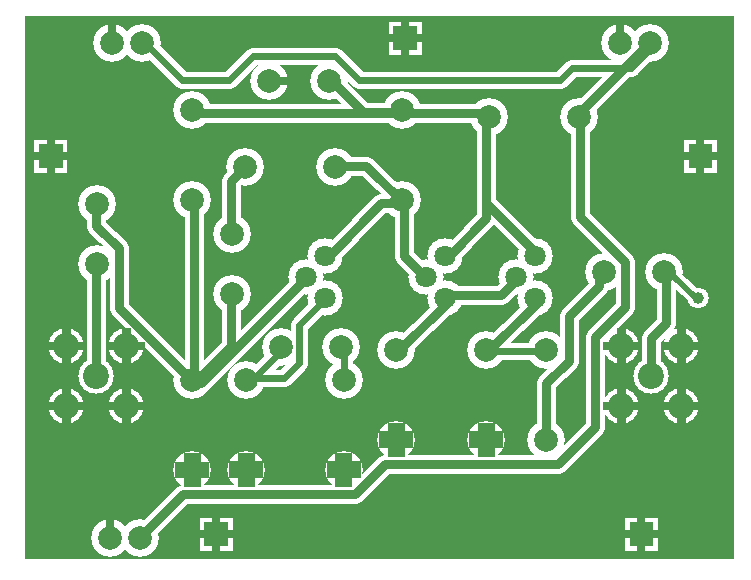
<source format=gbr>
%FSLAX34Y34*%
%MOMM*%
%LNCOPPER_BOTTOM*%
G71*
G01*
%ADD10C,3.200*%
%ADD11C,3.000*%
%ADD12C,1.600*%
%ADD13C,3.000*%
%ADD14C,2.800*%
%ADD15C,3.200*%
%ADD16C,1.400*%
%ADD17C,1.800*%
%ADD18C,1.300*%
%ADD19C,0.667*%
%ADD20C,0.813*%
%ADD21C,0.733*%
%ADD22C,1.380*%
%ADD23C,1.467*%
%ADD24C,1.447*%
%ADD25C,2.230*%
%ADD26C,2.000*%
%ADD27C,1.800*%
%ADD28C,0.800*%
%ADD29C,2.200*%
%ADD30C,2.000*%
%ADD31C,3.000*%
%ADD32C,0.600*%
%ADD33C,1.000*%
%ADD34C,0.500*%
%LPD*%
G36*
X-12700Y254000D02*
X587300Y254000D01*
X587300Y-206000D01*
X-12700Y-206000D01*
X-12700Y254000D01*
G37*
%LPC*%
X128929Y98375D02*
G54D10*
D03*
X128979Y174625D02*
G54D10*
D03*
X47936Y94975D02*
G54D10*
D03*
X48048Y43994D02*
G54D10*
D03*
X162235Y69575D02*
G54D10*
D03*
X162348Y18594D02*
G54D10*
D03*
X128945Y-130225D02*
G54D10*
D03*
X128995Y-53975D02*
G54D10*
D03*
X249666Y126389D02*
G54D10*
D03*
X173416Y126439D02*
G54D10*
D03*
X174625Y-53975D02*
G54D10*
D03*
X174575Y-130225D02*
G54D10*
D03*
X306729Y98374D02*
G54D10*
D03*
X306778Y174624D02*
G54D10*
D03*
X204060Y-26141D02*
G54D10*
D03*
X301625Y-28575D02*
G54D10*
D03*
X301575Y-104825D02*
G54D10*
D03*
X377825Y-28575D02*
G54D10*
D03*
X377775Y-104825D02*
G54D10*
D03*
X428625Y-28575D02*
G54D10*
D03*
X428575Y-104825D02*
G54D10*
D03*
X528097Y37469D02*
G54D10*
D03*
X477116Y37357D02*
G54D10*
D03*
X456642Y168193D02*
G54D10*
D03*
X380392Y168243D02*
G54D10*
D03*
X490675Y231175D02*
G54D10*
D03*
X516175Y231175D02*
G54D10*
D03*
X58875Y-187925D02*
G54D10*
D03*
X84375Y-187925D02*
G54D10*
D03*
X241300Y50800D02*
G54D11*
D03*
X225400Y33225D02*
G54D11*
D03*
X241335Y15609D02*
G54D11*
D03*
X342900Y50800D02*
G54D11*
D03*
X327000Y33225D02*
G54D11*
D03*
X342935Y15609D02*
G54D11*
D03*
X419100Y50800D02*
G54D11*
D03*
X403200Y33225D02*
G54D11*
D03*
X419135Y15609D02*
G54D11*
D03*
G54D12*
X128995Y-53975D02*
X130150Y-57050D01*
X130150Y95350D01*
X128929Y98375D01*
G54D12*
X306778Y174624D02*
X307950Y171550D01*
X130150Y171550D01*
X128979Y174625D01*
G54D12*
X173416Y126439D02*
X174600Y127100D01*
X161900Y114400D01*
X161900Y69950D01*
X162235Y69575D01*
G54D12*
X128995Y-53975D02*
X130150Y-57050D01*
X161900Y-25300D01*
X161900Y19150D01*
X162348Y18594D01*
G54D12*
X225400Y33225D02*
X225400Y31850D01*
X136500Y-57050D01*
X130150Y-57050D01*
X128995Y-53975D01*
G54D12*
X342935Y15609D02*
X346050Y12800D01*
X301600Y-31650D01*
X301625Y-28575D01*
G54D12*
X327000Y33225D02*
X327000Y31850D01*
X307950Y50900D01*
X307950Y95350D01*
X306729Y98374D01*
G54D12*
X342900Y50800D02*
X346050Y50900D01*
X377800Y82650D01*
X377800Y165200D01*
X380392Y168243D01*
G54D12*
X306729Y98374D02*
X307950Y95350D01*
X276200Y127100D01*
X250800Y127100D01*
X249666Y126389D01*
G54D12*
X419100Y50800D02*
X422250Y50900D01*
X377800Y95350D01*
X377800Y165200D01*
X380392Y168243D01*
G54D12*
X477116Y37357D02*
X479400Y38200D01*
X473050Y31850D01*
X473050Y25500D01*
X447650Y100D01*
X447650Y-38000D01*
X428600Y-57050D01*
X428600Y-107850D01*
X428575Y-104825D01*
G54D12*
X419135Y15609D02*
X422250Y12800D01*
X377800Y-31650D01*
X377825Y-28575D01*
G54D12*
X241300Y50800D02*
X244450Y50900D01*
X288900Y95350D01*
X307950Y95350D01*
X306729Y98374D01*
G54D12*
X380392Y168243D02*
X377800Y165200D01*
X371450Y171550D01*
X307950Y171550D01*
X306778Y174624D01*
X22200Y-25300D02*
G54D13*
D03*
X73000Y-25300D02*
G54D13*
D03*
X47600Y-50700D02*
G54D13*
D03*
X73000Y-76100D02*
G54D13*
D03*
X22200Y-76100D02*
G54D13*
D03*
X492100Y-25300D02*
G54D13*
D03*
X542900Y-25300D02*
G54D13*
D03*
X517500Y-50700D02*
G54D13*
D03*
X542900Y-76100D02*
G54D13*
D03*
X492100Y-76100D02*
G54D13*
D03*
G54D12*
X47600Y-50700D02*
X47600Y44550D01*
X48048Y43994D01*
G54D12*
X128995Y-53975D02*
X130150Y-57050D01*
X66650Y6450D01*
X66650Y57250D01*
X47600Y76300D01*
X47600Y95350D01*
X47936Y94975D01*
G54D12*
X517500Y-50700D02*
X517500Y-18950D01*
X530200Y-6250D01*
X530200Y38200D01*
X528097Y37469D01*
X193626Y199009D02*
G54D10*
D03*
X244606Y199122D02*
G54D10*
D03*
G54D12*
X403200Y33225D02*
X403200Y30250D01*
X390500Y17550D01*
X346050Y17550D01*
X342935Y15609D01*
X128945Y-130225D02*
G54D14*
D03*
X174575Y-130225D02*
G54D14*
D03*
X301575Y-104825D02*
G54D14*
D03*
X377775Y-104825D02*
G54D14*
D03*
X128945Y-130225D02*
G54D14*
D03*
X174575Y-130225D02*
G54D14*
D03*
X301575Y-104825D02*
G54D14*
D03*
X377775Y-104825D02*
G54D14*
D03*
X8890Y228600D02*
G54D15*
D03*
X14290Y-183950D02*
G54D15*
D03*
X558800Y-184150D02*
G54D15*
D03*
X558800Y228600D02*
G54D15*
D03*
X254860Y-26141D02*
G54D10*
D03*
X257175Y-53975D02*
G54D10*
D03*
X257125Y-130225D02*
G54D10*
D03*
G54D16*
X241335Y15609D02*
X244450Y17550D01*
X219050Y-7850D01*
X219050Y-39600D01*
X206350Y-52300D01*
X174600Y-52300D01*
X174625Y-53975D01*
G54D16*
X204060Y-26141D02*
X206350Y-26900D01*
X180950Y-52300D01*
X174600Y-52300D01*
X174625Y-53975D01*
G54D16*
X257175Y-53975D02*
X257150Y-52300D01*
X257150Y-26900D01*
X254860Y-26141D01*
X257125Y-130225D02*
G54D14*
D03*
G54D12*
X516175Y231175D02*
X514350Y230250D01*
X457200Y173100D01*
X457200Y166750D01*
X456642Y168193D01*
G54D12*
X84375Y-187925D02*
X82550Y-188850D01*
X120650Y-150750D01*
X266700Y-150750D01*
X292100Y-125350D01*
X438150Y-125350D01*
X469900Y-93600D01*
X469900Y-17400D01*
X495300Y8000D01*
X495300Y46100D01*
X457200Y84200D01*
X457200Y166750D01*
X456642Y168193D01*
G54D12*
X244606Y199122D02*
X247650Y198500D01*
X273050Y173100D01*
X304800Y173100D01*
X306778Y174624D01*
G36*
X545073Y149348D02*
X573073Y149348D01*
X573073Y121348D01*
X545073Y121348D01*
X545073Y149348D01*
G37*
X60675Y231175D02*
G54D10*
D03*
X86175Y231175D02*
G54D10*
D03*
G54D16*
X86175Y231175D02*
X90000Y230000D01*
X120000Y200000D01*
X160000Y200000D01*
X180000Y220000D01*
X250000Y220000D01*
X270000Y200000D01*
X440000Y200000D01*
X450000Y210000D01*
X500000Y210000D01*
X520000Y230000D01*
X516175Y231175D01*
G54D16*
X428625Y-28575D02*
X430000Y-30000D01*
X380000Y-30000D01*
X377825Y-28575D01*
X557400Y15400D02*
G54D17*
D03*
G54D18*
X557400Y15400D02*
X555000Y15000D01*
X535000Y35000D01*
X530000Y35000D01*
X528097Y37469D01*
G36*
X-4927Y149348D02*
X23073Y149348D01*
X23073Y121348D01*
X-4927Y121348D01*
X-4927Y149348D01*
G37*
G36*
X295073Y249348D02*
X323073Y249348D01*
X323073Y221348D01*
X295073Y221348D01*
X295073Y249348D01*
G37*
G36*
X135073Y-170652D02*
X163073Y-170652D01*
X163073Y-198652D01*
X135073Y-198652D01*
X135073Y-170652D01*
G37*
G36*
X495073Y-170652D02*
X523073Y-170652D01*
X523073Y-198652D01*
X495073Y-198652D01*
X495073Y-170652D01*
G37*
%LPD*%
G54D19*
G36*
X487342Y231175D02*
X487342Y247675D01*
X494008Y247675D01*
X494008Y231175D01*
X487342Y231175D01*
G37*
G54D20*
G54D19*
G36*
X55542Y-187925D02*
X55542Y-171425D01*
X62208Y-171425D01*
X62208Y-187925D01*
X55542Y-187925D01*
G37*
G54D20*
G54D21*
G36*
X18533Y-25300D02*
X18533Y-9800D01*
X25867Y-9800D01*
X25867Y-25300D01*
X18533Y-25300D01*
G37*
G36*
X22200Y-21633D02*
X37700Y-21633D01*
X37700Y-28967D01*
X22200Y-28967D01*
X22200Y-21633D01*
G37*
G36*
X25867Y-25300D02*
X25867Y-40800D01*
X18533Y-40800D01*
X18533Y-25300D01*
X25867Y-25300D01*
G37*
G36*
X22200Y-28967D02*
X6700Y-28967D01*
X6700Y-21633D01*
X22200Y-21633D01*
X22200Y-28967D01*
G37*
G54D21*
G36*
X69333Y-25300D02*
X69333Y-9800D01*
X76667Y-9800D01*
X76667Y-25300D01*
X69333Y-25300D01*
G37*
G36*
X73000Y-21633D02*
X88500Y-21633D01*
X88500Y-28967D01*
X73000Y-28967D01*
X73000Y-21633D01*
G37*
G36*
X76667Y-25300D02*
X76667Y-40800D01*
X69333Y-40800D01*
X69333Y-25300D01*
X76667Y-25300D01*
G37*
G36*
X73000Y-28967D02*
X57500Y-28967D01*
X57500Y-21633D01*
X73000Y-21633D01*
X73000Y-28967D01*
G37*
G54D21*
G36*
X69333Y-76100D02*
X69333Y-60600D01*
X76667Y-60600D01*
X76667Y-76100D01*
X69333Y-76100D01*
G37*
G36*
X73000Y-72433D02*
X88500Y-72433D01*
X88500Y-79767D01*
X73000Y-79767D01*
X73000Y-72433D01*
G37*
G36*
X76667Y-76100D02*
X76667Y-91600D01*
X69333Y-91600D01*
X69333Y-76100D01*
X76667Y-76100D01*
G37*
G36*
X73000Y-79767D02*
X57500Y-79767D01*
X57500Y-72433D01*
X73000Y-72433D01*
X73000Y-79767D01*
G37*
G54D21*
G36*
X18533Y-76100D02*
X18533Y-60600D01*
X25867Y-60600D01*
X25867Y-76100D01*
X18533Y-76100D01*
G37*
G36*
X22200Y-72433D02*
X37700Y-72433D01*
X37700Y-79767D01*
X22200Y-79767D01*
X22200Y-72433D01*
G37*
G36*
X25867Y-76100D02*
X25867Y-91600D01*
X18533Y-91600D01*
X18533Y-76100D01*
X25867Y-76100D01*
G37*
G36*
X22200Y-79767D02*
X6700Y-79767D01*
X6700Y-72433D01*
X22200Y-72433D01*
X22200Y-79767D01*
G37*
G54D21*
G36*
X488433Y-25300D02*
X488433Y-9800D01*
X495767Y-9800D01*
X495767Y-25300D01*
X488433Y-25300D01*
G37*
G36*
X492100Y-21633D02*
X507600Y-21633D01*
X507600Y-28967D01*
X492100Y-28967D01*
X492100Y-21633D01*
G37*
G36*
X495767Y-25300D02*
X495767Y-40800D01*
X488433Y-40800D01*
X488433Y-25300D01*
X495767Y-25300D01*
G37*
G36*
X492100Y-28967D02*
X476600Y-28967D01*
X476600Y-21633D01*
X492100Y-21633D01*
X492100Y-28967D01*
G37*
G54D21*
G36*
X539233Y-25300D02*
X539233Y-9800D01*
X546567Y-9800D01*
X546567Y-25300D01*
X539233Y-25300D01*
G37*
G36*
X542900Y-21633D02*
X558400Y-21633D01*
X558400Y-28967D01*
X542900Y-28967D01*
X542900Y-21633D01*
G37*
G36*
X546567Y-25300D02*
X546567Y-40800D01*
X539233Y-40800D01*
X539233Y-25300D01*
X546567Y-25300D01*
G37*
G36*
X542900Y-28967D02*
X527400Y-28967D01*
X527400Y-21633D01*
X542900Y-21633D01*
X542900Y-28967D01*
G37*
G54D21*
G36*
X539233Y-76100D02*
X539233Y-60600D01*
X546567Y-60600D01*
X546567Y-76100D01*
X539233Y-76100D01*
G37*
G36*
X542900Y-72433D02*
X558400Y-72433D01*
X558400Y-79767D01*
X542900Y-79767D01*
X542900Y-72433D01*
G37*
G36*
X546567Y-76100D02*
X546567Y-91600D01*
X539233Y-91600D01*
X539233Y-76100D01*
X546567Y-76100D01*
G37*
G36*
X542900Y-79767D02*
X527400Y-79767D01*
X527400Y-72433D01*
X542900Y-72433D01*
X542900Y-79767D01*
G37*
G54D21*
G36*
X488433Y-76100D02*
X488433Y-60600D01*
X495767Y-60600D01*
X495767Y-76100D01*
X488433Y-76100D01*
G37*
G36*
X492100Y-72433D02*
X507600Y-72433D01*
X507600Y-79767D01*
X492100Y-79767D01*
X492100Y-72433D01*
G37*
G36*
X495767Y-76100D02*
X495767Y-91600D01*
X488433Y-91600D01*
X488433Y-76100D01*
X495767Y-76100D01*
G37*
G36*
X492100Y-79767D02*
X476600Y-79767D01*
X476600Y-72433D01*
X492100Y-72433D01*
X492100Y-79767D01*
G37*
G54D19*
G36*
X193626Y202343D02*
X210126Y202343D01*
X210126Y195676D01*
X193626Y195676D01*
X193626Y202343D01*
G37*
G54D22*
G36*
X122045Y-130225D02*
X122045Y-115725D01*
X135845Y-115725D01*
X135845Y-130225D01*
X122045Y-130225D01*
G37*
G36*
X128945Y-123325D02*
X143445Y-123325D01*
X143445Y-137125D01*
X128945Y-137125D01*
X128945Y-123325D01*
G37*
G36*
X135845Y-130225D02*
X135845Y-144725D01*
X122045Y-144725D01*
X122045Y-130225D01*
X135845Y-130225D01*
G37*
G36*
X128945Y-137125D02*
X114445Y-137125D01*
X114445Y-123325D01*
X128945Y-123325D01*
X128945Y-137125D01*
G37*
G54D23*
G36*
X167242Y-130225D02*
X167242Y-115725D01*
X181908Y-115725D01*
X181908Y-130225D01*
X167242Y-130225D01*
G37*
G36*
X174575Y-122892D02*
X189075Y-122892D01*
X189075Y-137558D01*
X174575Y-137558D01*
X174575Y-122892D01*
G37*
G36*
X181908Y-130225D02*
X181908Y-144725D01*
X167242Y-144725D01*
X167242Y-130225D01*
X181908Y-130225D01*
G37*
G36*
X174575Y-137558D02*
X160075Y-137558D01*
X160075Y-122892D01*
X174575Y-122892D01*
X174575Y-137558D01*
G37*
G54D24*
G36*
X294342Y-104825D02*
X294342Y-90325D01*
X308808Y-90325D01*
X308808Y-104825D01*
X294342Y-104825D01*
G37*
G36*
X301575Y-97592D02*
X316075Y-97592D01*
X316075Y-112058D01*
X301575Y-112058D01*
X301575Y-97592D01*
G37*
G36*
X308808Y-104825D02*
X308808Y-119325D01*
X294342Y-119325D01*
X294342Y-104825D01*
X308808Y-104825D01*
G37*
G36*
X301575Y-112058D02*
X287075Y-112058D01*
X287075Y-97592D01*
X301575Y-97592D01*
X301575Y-112058D01*
G37*
G54D24*
G36*
X370542Y-104825D02*
X370542Y-90325D01*
X385008Y-90325D01*
X385008Y-104825D01*
X370542Y-104825D01*
G37*
G36*
X377775Y-97592D02*
X392275Y-97592D01*
X392275Y-112058D01*
X377775Y-112058D01*
X377775Y-97592D01*
G37*
G36*
X385008Y-104825D02*
X385008Y-119325D01*
X370542Y-119325D01*
X370542Y-104825D01*
X385008Y-104825D01*
G37*
G36*
X377775Y-112058D02*
X363275Y-112058D01*
X363275Y-97592D01*
X377775Y-97592D01*
X377775Y-112058D01*
G37*
G54D25*
G36*
X8890Y239750D02*
X25390Y239750D01*
X25390Y217450D01*
X8890Y217450D01*
X8890Y239750D01*
G37*
G36*
X20040Y228600D02*
X20040Y212100D01*
X-2260Y212100D01*
X-2260Y228600D01*
X20040Y228600D01*
G37*
G36*
X8890Y217450D02*
X-7610Y217450D01*
X-7610Y239750D01*
X8890Y239750D01*
X8890Y217450D01*
G37*
G36*
X-2260Y228600D02*
X-2260Y245100D01*
X20040Y245100D01*
X20040Y228600D01*
X-2260Y228600D01*
G37*
G54D25*
G36*
X14290Y-172800D02*
X30790Y-172800D01*
X30790Y-195100D01*
X14290Y-195100D01*
X14290Y-172800D01*
G37*
G36*
X25440Y-183950D02*
X25440Y-200450D01*
X3140Y-200450D01*
X3140Y-183950D01*
X25440Y-183950D01*
G37*
G36*
X14290Y-195100D02*
X-2210Y-195100D01*
X-2210Y-172800D01*
X14290Y-172800D01*
X14290Y-195100D01*
G37*
G36*
X3140Y-183950D02*
X3140Y-167450D01*
X25440Y-167450D01*
X25440Y-183950D01*
X3140Y-183950D01*
G37*
G54D25*
G36*
X558800Y-173000D02*
X575300Y-173000D01*
X575300Y-195300D01*
X558800Y-195300D01*
X558800Y-173000D01*
G37*
G36*
X569950Y-184150D02*
X569950Y-200650D01*
X547650Y-200650D01*
X547650Y-184150D01*
X569950Y-184150D01*
G37*
G36*
X558800Y-195300D02*
X542300Y-195300D01*
X542300Y-173000D01*
X558800Y-173000D01*
X558800Y-195300D01*
G37*
G36*
X547650Y-184150D02*
X547650Y-167650D01*
X569950Y-167650D01*
X569950Y-184150D01*
X547650Y-184150D01*
G37*
G54D25*
G36*
X558800Y239750D02*
X575300Y239750D01*
X575300Y217450D01*
X558800Y217450D01*
X558800Y239750D01*
G37*
G36*
X569950Y228600D02*
X569950Y212100D01*
X547650Y212100D01*
X547650Y228600D01*
X569950Y228600D01*
G37*
G36*
X558800Y217450D02*
X542300Y217450D01*
X542300Y239750D01*
X558800Y239750D01*
X558800Y217450D01*
G37*
G36*
X547650Y228600D02*
X547650Y245100D01*
X569950Y245100D01*
X569950Y228600D01*
X547650Y228600D01*
G37*
G54D23*
G36*
X249792Y-130225D02*
X249792Y-115725D01*
X264458Y-115725D01*
X264458Y-130225D01*
X249792Y-130225D01*
G37*
G36*
X257125Y-122892D02*
X271625Y-122892D01*
X271625Y-137558D01*
X257125Y-137558D01*
X257125Y-122892D01*
G37*
G36*
X264458Y-130225D02*
X264458Y-144725D01*
X249792Y-144725D01*
X249792Y-130225D01*
X264458Y-130225D01*
G37*
G36*
X257125Y-137558D02*
X242625Y-137558D01*
X242625Y-122892D01*
X257125Y-122892D01*
X257125Y-137558D01*
G37*
G54D19*
G36*
X555740Y135348D02*
X555740Y149848D01*
X562406Y149848D01*
X562406Y135348D01*
X555740Y135348D01*
G37*
G36*
X559073Y138681D02*
X573573Y138681D01*
X573573Y132015D01*
X559073Y132015D01*
X559073Y138681D01*
G37*
G36*
X562406Y135348D02*
X562406Y120848D01*
X555740Y120848D01*
X555740Y135348D01*
X562406Y135348D01*
G37*
G36*
X559073Y132015D02*
X544573Y132015D01*
X544573Y138681D01*
X559073Y138681D01*
X559073Y132015D01*
G37*
G54D19*
G36*
X57342Y231175D02*
X57342Y247675D01*
X64008Y247675D01*
X64008Y231175D01*
X57342Y231175D01*
G37*
G54D20*
G54D19*
G36*
X5740Y135348D02*
X5740Y149848D01*
X12406Y149848D01*
X12406Y135348D01*
X5740Y135348D01*
G37*
G36*
X9073Y138681D02*
X23573Y138681D01*
X23573Y132015D01*
X9073Y132015D01*
X9073Y138681D01*
G37*
G36*
X12406Y135348D02*
X12406Y120848D01*
X5740Y120848D01*
X5740Y135348D01*
X12406Y135348D01*
G37*
G36*
X9073Y132015D02*
X-5427Y132015D01*
X-5427Y138681D01*
X9073Y138681D01*
X9073Y132015D01*
G37*
G54D19*
G36*
X305740Y235348D02*
X305740Y249848D01*
X312406Y249848D01*
X312406Y235348D01*
X305740Y235348D01*
G37*
G36*
X309073Y238681D02*
X323573Y238681D01*
X323573Y232015D01*
X309073Y232015D01*
X309073Y238681D01*
G37*
G36*
X312406Y235348D02*
X312406Y220848D01*
X305740Y220848D01*
X305740Y235348D01*
X312406Y235348D01*
G37*
G36*
X309073Y232015D02*
X294573Y232015D01*
X294573Y238681D01*
X309073Y238681D01*
X309073Y232015D01*
G37*
G54D19*
G36*
X145740Y-184652D02*
X145740Y-170152D01*
X152406Y-170152D01*
X152406Y-184652D01*
X145740Y-184652D01*
G37*
G36*
X149073Y-181319D02*
X163573Y-181319D01*
X163573Y-187985D01*
X149073Y-187985D01*
X149073Y-181319D01*
G37*
G36*
X152406Y-184652D02*
X152406Y-199152D01*
X145740Y-199152D01*
X145740Y-184652D01*
X152406Y-184652D01*
G37*
G36*
X149073Y-187985D02*
X134573Y-187985D01*
X134573Y-181319D01*
X149073Y-181319D01*
X149073Y-187985D01*
G37*
G54D19*
G36*
X505740Y-184652D02*
X505740Y-170152D01*
X512406Y-170152D01*
X512406Y-184652D01*
X505740Y-184652D01*
G37*
G36*
X509073Y-181319D02*
X523573Y-181319D01*
X523573Y-187985D01*
X509073Y-187985D01*
X509073Y-181319D01*
G37*
G36*
X512406Y-184652D02*
X512406Y-199152D01*
X505740Y-199152D01*
X505740Y-184652D01*
X512406Y-184652D01*
G37*
G36*
X509073Y-187985D02*
X494573Y-187985D01*
X494573Y-181319D01*
X509073Y-181319D01*
X509073Y-187985D01*
G37*
X128929Y98375D02*
G54D26*
D03*
X128979Y174625D02*
G54D26*
D03*
X47936Y94975D02*
G54D26*
D03*
X48048Y43994D02*
G54D26*
D03*
X162235Y69575D02*
G54D26*
D03*
X162348Y18594D02*
G54D26*
D03*
X128945Y-130225D02*
G54D26*
D03*
X128995Y-53975D02*
G54D26*
D03*
X249666Y126389D02*
G54D26*
D03*
X173416Y126439D02*
G54D26*
D03*
X174625Y-53975D02*
G54D26*
D03*
X174575Y-130225D02*
G54D26*
D03*
X306729Y98374D02*
G54D26*
D03*
X306778Y174624D02*
G54D26*
D03*
X204060Y-26141D02*
G54D26*
D03*
X301625Y-28575D02*
G54D26*
D03*
X301575Y-104825D02*
G54D26*
D03*
X377825Y-28575D02*
G54D26*
D03*
X377775Y-104825D02*
G54D26*
D03*
X428625Y-28575D02*
G54D26*
D03*
X428575Y-104825D02*
G54D26*
D03*
X528097Y37469D02*
G54D26*
D03*
X477116Y37357D02*
G54D26*
D03*
X456642Y168193D02*
G54D26*
D03*
X380392Y168243D02*
G54D26*
D03*
X490675Y231175D02*
G54D26*
D03*
X516175Y231175D02*
G54D26*
D03*
X58875Y-187925D02*
G54D26*
D03*
X84375Y-187925D02*
G54D26*
D03*
X241300Y50800D02*
G54D27*
D03*
X225400Y33225D02*
G54D27*
D03*
X241335Y15609D02*
G54D27*
D03*
X342900Y50800D02*
G54D27*
D03*
X327000Y33225D02*
G54D27*
D03*
X342935Y15609D02*
G54D27*
D03*
X419100Y50800D02*
G54D27*
D03*
X403200Y33225D02*
G54D27*
D03*
X419135Y15609D02*
G54D27*
D03*
G54D28*
X128995Y-53975D02*
X130150Y-57050D01*
X130150Y95350D01*
X128929Y98375D01*
G54D28*
X306778Y174624D02*
X307950Y171550D01*
X130150Y171550D01*
X128979Y174625D01*
G54D28*
X173416Y126439D02*
X174600Y127100D01*
X161900Y114400D01*
X161900Y69950D01*
X162235Y69575D01*
G54D28*
X128995Y-53975D02*
X130150Y-57050D01*
X161900Y-25300D01*
X161900Y19150D01*
X162348Y18594D01*
G54D28*
X225400Y33225D02*
X225400Y31850D01*
X136500Y-57050D01*
X130150Y-57050D01*
X128995Y-53975D01*
G54D28*
X342935Y15609D02*
X346050Y12800D01*
X301600Y-31650D01*
X301625Y-28575D01*
G54D28*
X327000Y33225D02*
X327000Y31850D01*
X307950Y50900D01*
X307950Y95350D01*
X306729Y98374D01*
G54D28*
X342900Y50800D02*
X346050Y50900D01*
X377800Y82650D01*
X377800Y165200D01*
X380392Y168243D01*
G54D28*
X306729Y98374D02*
X307950Y95350D01*
X276200Y127100D01*
X250800Y127100D01*
X249666Y126389D01*
G54D28*
X419100Y50800D02*
X422250Y50900D01*
X377800Y95350D01*
X377800Y165200D01*
X380392Y168243D01*
G54D28*
X477116Y37357D02*
X479400Y38200D01*
X473050Y31850D01*
X473050Y25500D01*
X447650Y100D01*
X447650Y-38000D01*
X428600Y-57050D01*
X428600Y-107850D01*
X428575Y-104825D01*
G54D28*
X419135Y15609D02*
X422250Y12800D01*
X377800Y-31650D01*
X377825Y-28575D01*
G54D28*
X241300Y50800D02*
X244450Y50900D01*
X288900Y95350D01*
X307950Y95350D01*
X306729Y98374D01*
G54D28*
X380392Y168243D02*
X377800Y165200D01*
X371450Y171550D01*
X307950Y171550D01*
X306778Y174624D01*
X22200Y-25300D02*
G54D29*
D03*
X73000Y-25300D02*
G54D29*
D03*
X47600Y-50700D02*
G54D29*
D03*
X73000Y-76100D02*
G54D29*
D03*
X22200Y-76100D02*
G54D29*
D03*
X492100Y-25300D02*
G54D29*
D03*
X542900Y-25300D02*
G54D29*
D03*
X517500Y-50700D02*
G54D29*
D03*
X542900Y-76100D02*
G54D29*
D03*
X492100Y-76100D02*
G54D29*
D03*
G54D28*
X47600Y-50700D02*
X47600Y44550D01*
X48048Y43994D01*
G54D28*
X128995Y-53975D02*
X130150Y-57050D01*
X66650Y6450D01*
X66650Y57250D01*
X47600Y76300D01*
X47600Y95350D01*
X47936Y94975D01*
G54D28*
X517500Y-50700D02*
X517500Y-18950D01*
X530200Y-6250D01*
X530200Y38200D01*
X528097Y37469D01*
X193626Y199009D02*
G54D26*
D03*
X244606Y199122D02*
G54D26*
D03*
G54D28*
X403200Y33225D02*
X403200Y30250D01*
X390500Y17550D01*
X346050Y17550D01*
X342935Y15609D01*
X128945Y-130225D02*
G54D30*
D03*
X174575Y-130225D02*
G54D30*
D03*
X301575Y-104825D02*
G54D30*
D03*
X377775Y-104825D02*
G54D30*
D03*
X128945Y-130225D02*
G54D30*
D03*
X174575Y-130225D02*
G54D30*
D03*
X301575Y-104825D02*
G54D30*
D03*
X377775Y-104825D02*
G54D30*
D03*
X8890Y228600D02*
G54D31*
D03*
X14290Y-183950D02*
G54D31*
D03*
X558800Y-184150D02*
G54D31*
D03*
X558800Y228600D02*
G54D31*
D03*
X254860Y-26141D02*
G54D26*
D03*
X257175Y-53975D02*
G54D26*
D03*
X257125Y-130225D02*
G54D26*
D03*
G54D32*
X241335Y15609D02*
X244450Y17550D01*
X219050Y-7850D01*
X219050Y-39600D01*
X206350Y-52300D01*
X174600Y-52300D01*
X174625Y-53975D01*
G54D32*
X204060Y-26141D02*
X206350Y-26900D01*
X180950Y-52300D01*
X174600Y-52300D01*
X174625Y-53975D01*
G54D32*
X257175Y-53975D02*
X257150Y-52300D01*
X257150Y-26900D01*
X254860Y-26141D01*
X257125Y-130225D02*
G54D30*
D03*
G54D28*
X516175Y231175D02*
X514350Y230250D01*
X457200Y173100D01*
X457200Y166750D01*
X456642Y168193D01*
G54D28*
X84375Y-187925D02*
X82550Y-188850D01*
X120650Y-150750D01*
X266700Y-150750D01*
X292100Y-125350D01*
X438150Y-125350D01*
X469900Y-93600D01*
X469900Y-17400D01*
X495300Y8000D01*
X495300Y46100D01*
X457200Y84200D01*
X457200Y166750D01*
X456642Y168193D01*
G54D28*
X244606Y199122D02*
X247650Y198500D01*
X273050Y173100D01*
X304800Y173100D01*
X306778Y174624D01*
G36*
X549073Y145348D02*
X569073Y145348D01*
X569073Y125348D01*
X549073Y125348D01*
X549073Y145348D01*
G37*
X60675Y231175D02*
G54D26*
D03*
X86175Y231175D02*
G54D26*
D03*
G54D32*
X86175Y231175D02*
X90000Y230000D01*
X120000Y200000D01*
X160000Y200000D01*
X180000Y220000D01*
X250000Y220000D01*
X270000Y200000D01*
X440000Y200000D01*
X450000Y210000D01*
X500000Y210000D01*
X520000Y230000D01*
X516175Y231175D01*
G54D32*
X428625Y-28575D02*
X430000Y-30000D01*
X380000Y-30000D01*
X377825Y-28575D01*
X557400Y15400D02*
G54D33*
D03*
G54D34*
X557400Y15400D02*
X555000Y15000D01*
X535000Y35000D01*
X530000Y35000D01*
X528097Y37469D01*
G36*
X-927Y145348D02*
X19073Y145348D01*
X19073Y125348D01*
X-927Y125348D01*
X-927Y145348D01*
G37*
G36*
X299073Y245348D02*
X319073Y245348D01*
X319073Y225348D01*
X299073Y225348D01*
X299073Y245348D01*
G37*
G36*
X139073Y-174652D02*
X159073Y-174652D01*
X159073Y-194652D01*
X139073Y-194652D01*
X139073Y-174652D01*
G37*
G36*
X499073Y-174652D02*
X519073Y-174652D01*
X519073Y-194652D01*
X499073Y-194652D01*
X499073Y-174652D01*
G37*
M02*

</source>
